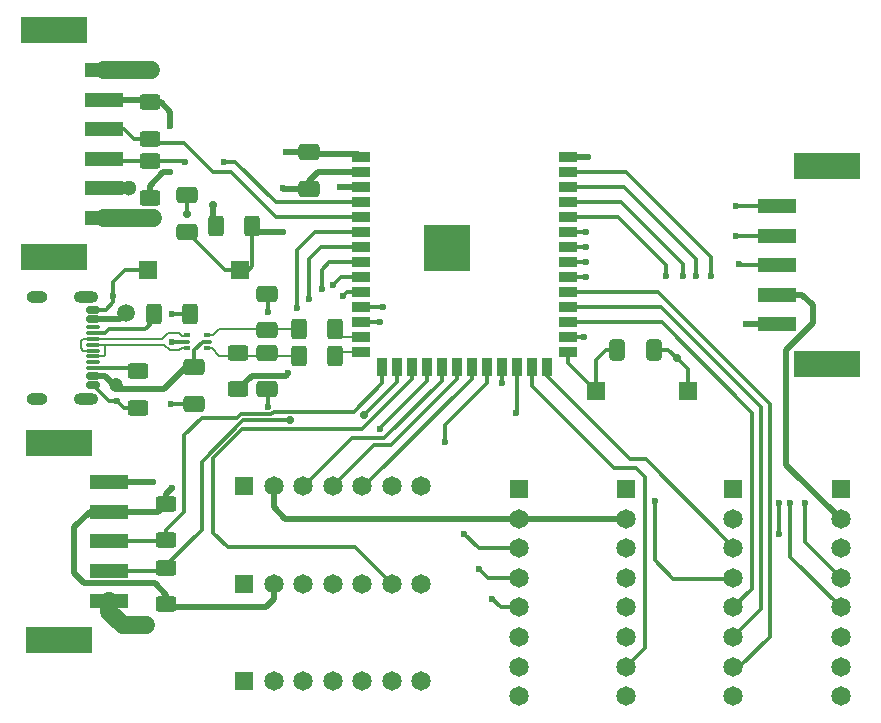
<source format=gbr>
%TF.GenerationSoftware,KiCad,Pcbnew,8.0.8*%
%TF.CreationDate,2025-04-03T15:34:38+02:00*%
%TF.ProjectId,MCU,4d43552e-6b69-4636-9164-5f7063625858,rev?*%
%TF.SameCoordinates,Original*%
%TF.FileFunction,Copper,L1,Top*%
%TF.FilePolarity,Positive*%
%FSLAX46Y46*%
G04 Gerber Fmt 4.6, Leading zero omitted, Abs format (unit mm)*
G04 Created by KiCad (PCBNEW 8.0.8) date 2025-04-03 15:34:38*
%MOMM*%
%LPD*%
G01*
G04 APERTURE LIST*
G04 Aperture macros list*
%AMRoundRect*
0 Rectangle with rounded corners*
0 $1 Rounding radius*
0 $2 $3 $4 $5 $6 $7 $8 $9 X,Y pos of 4 corners*
0 Add a 4 corners polygon primitive as box body*
4,1,4,$2,$3,$4,$5,$6,$7,$8,$9,$2,$3,0*
0 Add four circle primitives for the rounded corners*
1,1,$1+$1,$2,$3*
1,1,$1+$1,$4,$5*
1,1,$1+$1,$6,$7*
1,1,$1+$1,$8,$9*
0 Add four rect primitives between the rounded corners*
20,1,$1+$1,$2,$3,$4,$5,0*
20,1,$1+$1,$4,$5,$6,$7,0*
20,1,$1+$1,$6,$7,$8,$9,0*
20,1,$1+$1,$8,$9,$2,$3,0*%
G04 Aperture macros list end*
%TA.AperFunction,SMDPad,CuDef*%
%ADD10RoundRect,0.150000X-0.425000X0.150000X-0.425000X-0.150000X0.425000X-0.150000X0.425000X0.150000X0*%
%TD*%
%TA.AperFunction,SMDPad,CuDef*%
%ADD11RoundRect,0.075000X-0.500000X0.075000X-0.500000X-0.075000X0.500000X-0.075000X0.500000X0.075000X0*%
%TD*%
%TA.AperFunction,HeatsinkPad*%
%ADD12O,2.100000X1.000000*%
%TD*%
%TA.AperFunction,HeatsinkPad*%
%ADD13O,1.800000X1.000000*%
%TD*%
%TA.AperFunction,SMDPad,CuDef*%
%ADD14RoundRect,0.250000X-0.400000X-0.625000X0.400000X-0.625000X0.400000X0.625000X-0.400000X0.625000X0*%
%TD*%
%TA.AperFunction,SMDPad,CuDef*%
%ADD15RoundRect,0.250000X-0.650000X0.412500X-0.650000X-0.412500X0.650000X-0.412500X0.650000X0.412500X0*%
%TD*%
%TA.AperFunction,SMDPad,CuDef*%
%ADD16R,1.500000X1.500000*%
%TD*%
%TA.AperFunction,SMDPad,CuDef*%
%ADD17RoundRect,0.250000X0.400000X0.625000X-0.400000X0.625000X-0.400000X-0.625000X0.400000X-0.625000X0*%
%TD*%
%TA.AperFunction,ComponentPad*%
%ADD18R,1.650000X1.650000*%
%TD*%
%TA.AperFunction,ComponentPad*%
%ADD19C,1.650000*%
%TD*%
%TA.AperFunction,SMDPad,CuDef*%
%ADD20R,3.200000X1.200000*%
%TD*%
%TA.AperFunction,SMDPad,CuDef*%
%ADD21R,5.600000X2.200000*%
%TD*%
%TA.AperFunction,SMDPad,CuDef*%
%ADD22RoundRect,0.250000X0.625000X-0.400000X0.625000X0.400000X-0.625000X0.400000X-0.625000X-0.400000X0*%
%TD*%
%TA.AperFunction,SMDPad,CuDef*%
%ADD23RoundRect,0.250000X0.650000X-0.412500X0.650000X0.412500X-0.650000X0.412500X-0.650000X-0.412500X0*%
%TD*%
%TA.AperFunction,SMDPad,CuDef*%
%ADD24RoundRect,0.093750X-0.156250X-0.093750X0.156250X-0.093750X0.156250X0.093750X-0.156250X0.093750X0*%
%TD*%
%TA.AperFunction,SMDPad,CuDef*%
%ADD25RoundRect,0.075000X-0.250000X-0.075000X0.250000X-0.075000X0.250000X0.075000X-0.250000X0.075000X0*%
%TD*%
%TA.AperFunction,SMDPad,CuDef*%
%ADD26R,1.500000X0.900000*%
%TD*%
%TA.AperFunction,SMDPad,CuDef*%
%ADD27R,0.900000X1.500000*%
%TD*%
%TA.AperFunction,HeatsinkPad*%
%ADD28C,0.600000*%
%TD*%
%TA.AperFunction,HeatsinkPad*%
%ADD29R,3.900000X3.900000*%
%TD*%
%TA.AperFunction,SMDPad,CuDef*%
%ADD30RoundRect,0.250000X-0.625000X0.400000X-0.625000X-0.400000X0.625000X-0.400000X0.625000X0.400000X0*%
%TD*%
%TA.AperFunction,SMDPad,CuDef*%
%ADD31RoundRect,0.250000X-0.412500X-0.650000X0.412500X-0.650000X0.412500X0.650000X-0.412500X0.650000X0*%
%TD*%
%TA.AperFunction,ViaPad*%
%ADD32C,0.600000*%
%TD*%
%TA.AperFunction,ViaPad*%
%ADD33C,0.700000*%
%TD*%
%TA.AperFunction,ViaPad*%
%ADD34C,1.500000*%
%TD*%
%TA.AperFunction,ViaPad*%
%ADD35C,1.300000*%
%TD*%
%TA.AperFunction,ViaPad*%
%ADD36C,1.200000*%
%TD*%
%TA.AperFunction,Conductor*%
%ADD37C,0.300000*%
%TD*%
%TA.AperFunction,Conductor*%
%ADD38C,0.500000*%
%TD*%
%TA.AperFunction,Conductor*%
%ADD39C,1.500000*%
%TD*%
%TA.AperFunction,Conductor*%
%ADD40C,0.200000*%
%TD*%
%TA.AperFunction,Conductor*%
%ADD41C,1.000000*%
%TD*%
G04 APERTURE END LIST*
D10*
%TO.P,USB-C,A1,GND*%
%TO.N,GND*%
X104030000Y-84380000D03*
%TO.P,USB-C,A4,VBUS*%
%TO.N,+5Vout*%
X104030000Y-85180000D03*
D11*
%TO.P,USB-C,A5,CC1*%
%TO.N,Net-(J11-CC1)*%
X104030000Y-86330000D03*
%TO.P,USB-C,A6,D+*%
%TO.N,Net-(J11-D+-PadA6)*%
X104030000Y-87330000D03*
%TO.P,USB-C,A7,D-*%
%TO.N,Net-(J11-D--PadA7)*%
X104030000Y-87830000D03*
%TO.P,USB-C,A8,SBU1*%
%TO.N,unconnected-(J11-SBU1-PadA8)*%
X104030000Y-88830000D03*
D10*
%TO.P,USB-C,A9,VBUS*%
%TO.N,+5Vout*%
X104030000Y-89980000D03*
%TO.P,USB-C,A12,GND*%
%TO.N,GND*%
X104030000Y-90780000D03*
%TO.P,USB-C,B1,GND*%
X104030000Y-90780000D03*
%TO.P,USB-C,B4,VBUS*%
%TO.N,+5Vout*%
X104030000Y-89980000D03*
D11*
%TO.P,USB-C,B5,CC2*%
%TO.N,Net-(J11-CC2)*%
X104030000Y-89330000D03*
%TO.P,USB-C,B6,D+*%
%TO.N,Net-(J11-D+-PadA6)*%
X104030000Y-88330000D03*
%TO.P,USB-C,B7,D-*%
%TO.N,Net-(J11-D--PadA7)*%
X104030000Y-86830000D03*
%TO.P,USB-C,B8,SBU2*%
%TO.N,unconnected-(J11-SBU2-PadB8)*%
X104030000Y-85830000D03*
D10*
%TO.P,USB-C,B9,VBUS*%
%TO.N,+5Vout*%
X104030000Y-85180000D03*
%TO.P,USB-C,B12,GND*%
%TO.N,GND*%
X104030000Y-84380000D03*
D12*
%TO.P,USB-C,S1,SHIELD*%
X103455000Y-83260000D03*
D13*
X99275000Y-83260000D03*
D12*
X103455000Y-91900000D03*
D13*
X99275000Y-91900000D03*
%TD*%
D14*
%TO.P,R3,1*%
%TO.N,+3.3V*%
X114450000Y-77250000D03*
%TO.P,R3,2*%
%TO.N,reset*%
X117550000Y-77250000D03*
%TD*%
D15*
%TO.P,C3,1*%
%TO.N,GND*%
X118750000Y-83000000D03*
%TO.P,C3,2*%
%TO.N,-*%
X118750000Y-86125000D03*
%TD*%
D16*
%TO.P,Reset,1,1*%
%TO.N,reset*%
X116500000Y-81000000D03*
%TO.P,Reset,2,2*%
%TO.N,GND*%
X108700000Y-81000000D03*
%TD*%
D17*
%TO.P,R8,1*%
%TO.N,Net-(U1-USB_D-)*%
X124550000Y-86000000D03*
%TO.P,R8,2*%
%TO.N,-*%
X121450000Y-86000000D03*
%TD*%
D16*
%TO.P,Boot,1,1*%
%TO.N,boot0*%
X146600000Y-91250000D03*
%TO.P,Boot,2,2*%
%TO.N,GND*%
X154400000Y-91250000D03*
%TD*%
D18*
%TO.P,SPI1,1,1*%
%TO.N,GND*%
X116850000Y-107580000D03*
D19*
%TO.P,SPI1,2,2*%
%TO.N,+3.3V*%
X119350000Y-107580000D03*
%TO.P,SPI1,3,3*%
%TO.N,mosi*%
X121850000Y-107580000D03*
%TO.P,SPI1,4,4*%
%TO.N,sck*%
X124350000Y-107580000D03*
%TO.P,SPI1,5,5*%
%TO.N,miso*%
X126850000Y-107580000D03*
%TO.P,SPI1,6,6*%
%TO.N,ss1*%
X129350000Y-107580000D03*
%TO.P,SPI1,7,7*%
%TO.N,+5Vin*%
X131850000Y-107580000D03*
%TD*%
D20*
%TO.P,I2C1,1,1*%
%TO.N,GND*%
X105000000Y-64080000D03*
%TO.P,I2C1,2,2*%
%TO.N,+3.3V*%
X105000000Y-66580000D03*
%TO.P,I2C1,3,3*%
%TO.N,sda1*%
X105000000Y-69080000D03*
%TO.P,I2C1,4,4*%
%TO.N,scl1*%
X105000000Y-71580000D03*
%TO.P,I2C1,5,5*%
%TO.N,+5Vout*%
X105000000Y-74080000D03*
%TO.P,I2C1,6,6*%
%TO.N,+5Vin*%
X105000000Y-76580000D03*
D21*
%TO.P,I2C1,7,MP1*%
%TO.N,unconnected-(J8-MP1-Pad7)*%
X100750000Y-60730000D03*
%TO.P,I2C1,8,MP2*%
%TO.N,unconnected-(J8-MP2-Pad8)*%
X100750000Y-79930000D03*
%TD*%
D22*
%TO.P,R11,1*%
%TO.N,+3.3V*%
X116350000Y-91120000D03*
%TO.P,R11,2*%
%TO.N,+*%
X116350000Y-88020000D03*
%TD*%
D18*
%TO.P,GPIO0,1,1*%
%TO.N,GND*%
X140100000Y-99580000D03*
D19*
%TO.P,GPIO0,2,2*%
%TO.N,+3.3V*%
X140100000Y-102080000D03*
%TO.P,GPIO0,3,3*%
%TO.N,io46*%
X140100000Y-104580000D03*
%TO.P,GPIO0,4,4*%
%TO.N,io7*%
X140100000Y-107080000D03*
%TO.P,GPIO0,5,5*%
%TO.N,io15*%
X140100000Y-109580000D03*
%TO.P,GPIO0,6,6*%
%TO.N,io16*%
X140100000Y-112080000D03*
%TO.P,GPIO0,7,7*%
%TO.N,io17*%
X140100000Y-114580000D03*
%TO.P,GPIO0,8,8*%
%TO.N,+5Vin*%
X140100000Y-117080000D03*
%TD*%
D18*
%TO.P,SPI2,1,1*%
%TO.N,GND*%
X116850000Y-115830000D03*
D19*
%TO.P,SPI2,2,2*%
%TO.N,+3.3V*%
X119350000Y-115830000D03*
%TO.P,SPI2,3,3*%
%TO.N,mosi*%
X121850000Y-115830000D03*
%TO.P,SPI2,4,4*%
%TO.N,sck*%
X124350000Y-115830000D03*
%TO.P,SPI2,5,5*%
%TO.N,miso*%
X126850000Y-115830000D03*
%TO.P,SPI2,6,6*%
%TO.N,ss2*%
X129350000Y-115830000D03*
%TO.P,SPI2,7,7*%
%TO.N,+5Vin*%
X131850000Y-115830000D03*
%TD*%
D18*
%TO.P,GPIO3,1,1*%
%TO.N,GND*%
X167350000Y-99580000D03*
D19*
%TO.P,GPIO3,2,2*%
%TO.N,+3.3V*%
X167350000Y-102080000D03*
%TO.P,GPIO3,3,3*%
%TO.N,io39*%
X167350000Y-104580000D03*
%TO.P,GPIO3,4,4*%
%TO.N,txd0*%
X167350000Y-107080000D03*
%TO.P,GPIO3,5,5*%
%TO.N,rxd0*%
X167350000Y-109580000D03*
%TO.P,GPIO3,6,6*%
%TO.N,io2*%
X167350000Y-112080000D03*
%TO.P,GPIO3,7,7*%
%TO.N,io1*%
X167350000Y-114580000D03*
%TO.P,GPIO3,8,8*%
%TO.N,+5Vin*%
X167350000Y-117080000D03*
%TD*%
D23*
%TO.P,C2,1*%
%TO.N,GND*%
X118750000Y-91125000D03*
%TO.P,C2,2*%
%TO.N,+*%
X118750000Y-88000000D03*
%TD*%
D24*
%TO.P,U2,1,I/O1*%
%TO.N,Net-(J11-D--PadA7)*%
X112000000Y-86542500D03*
D25*
%TO.P,U2,2,GND*%
%TO.N,GND*%
X111925000Y-87080000D03*
D24*
%TO.P,U2,3,I/O2*%
%TO.N,Net-(J11-D+-PadA6)*%
X112000000Y-87617500D03*
%TO.P,U2,4,I/O2*%
%TO.N,+*%
X113700000Y-87617500D03*
D25*
%TO.P,U2,5,VBUS*%
%TO.N,+5Vout*%
X113775000Y-87080000D03*
D24*
%TO.P,U2,6,I/O1*%
%TO.N,-*%
X113700000Y-86542500D03*
%TD*%
D18*
%TO.P,GPIO2,1,1*%
%TO.N,GND*%
X158266666Y-99580000D03*
D19*
%TO.P,GPIO2,2,2*%
%TO.N,+3.3V*%
X158266666Y-102080000D03*
%TO.P,GPIO2,3,3*%
%TO.N,io45*%
X158266666Y-104580000D03*
%TO.P,GPIO2,4,4*%
%TO.N,io35*%
X158266666Y-107080000D03*
%TO.P,GPIO2,5,5*%
%TO.N,io36*%
X158266666Y-109580000D03*
%TO.P,GPIO2,6,6*%
%TO.N,io37*%
X158266666Y-112080000D03*
%TO.P,GPIO2,7,7*%
%TO.N,io38*%
X158266666Y-114580000D03*
%TO.P,GPIO2,8,8*%
%TO.N,+5Vin*%
X158266666Y-117080000D03*
%TD*%
D26*
%TO.P,U1,1,GND*%
%TO.N,GND*%
X126750000Y-71460000D03*
%TO.P,U1,2,3V3*%
%TO.N,+3.3V*%
X126750000Y-72730000D03*
%TO.P,U1,3,EN*%
%TO.N,reset*%
X126750000Y-74000000D03*
%TO.P,U1,4,IO4*%
%TO.N,scl1*%
X126750000Y-75270000D03*
%TO.P,U1,5,IO5*%
%TO.N,sda1*%
X126750000Y-76540000D03*
%TO.P,U1,6,IO6*%
%TO.N,scl0*%
X126750000Y-77810000D03*
%TO.P,U1,7,IO7*%
%TO.N,io7*%
X126750000Y-79080000D03*
%TO.P,U1,8,IO15*%
%TO.N,io15*%
X126750000Y-80350000D03*
%TO.P,U1,9,IO16*%
%TO.N,io16*%
X126750000Y-81620000D03*
%TO.P,U1,10,IO17*%
%TO.N,io17*%
X126750000Y-82890000D03*
%TO.P,U1,11,IO18*%
%TO.N,io18*%
X126750000Y-84160000D03*
%TO.P,U1,12,IO8*%
%TO.N,io8*%
X126750000Y-85430000D03*
%TO.P,U1,13,USB_D-*%
%TO.N,Net-(U1-USB_D-)*%
X126750000Y-86700000D03*
%TO.P,U1,14,USB_D+*%
%TO.N,Net-(U1-USB_D+)*%
X126750000Y-87970000D03*
D27*
%TO.P,U1,15,IO3*%
%TO.N,sda0*%
X128515000Y-89220000D03*
%TO.P,U1,16,IO46*%
%TO.N,io46*%
X129785000Y-89220000D03*
%TO.P,U1,17,IO9*%
%TO.N,ss1*%
X131055000Y-89220000D03*
%TO.P,U1,18,IO10*%
%TO.N,ss0*%
X132325000Y-89220000D03*
%TO.P,U1,19,IO11*%
%TO.N,mosi*%
X133595000Y-89220000D03*
%TO.P,U1,20,IO12*%
%TO.N,sck*%
X134865000Y-89220000D03*
%TO.P,U1,21,IO13*%
%TO.N,miso*%
X136135000Y-89220000D03*
%TO.P,U1,22,IO14*%
%TO.N,ss2*%
X137405000Y-89220000D03*
%TO.P,U1,23,IO21*%
%TO.N,io21*%
X138675000Y-89220000D03*
%TO.P,U1,24,IO47*%
%TO.N,io47*%
X139945000Y-89220000D03*
%TO.P,U1,25,IO48*%
%TO.N,io48*%
X141215000Y-89220000D03*
%TO.P,U1,26,IO45*%
%TO.N,io45*%
X142485000Y-89220000D03*
D26*
%TO.P,U1,27,IO0*%
%TO.N,boot0*%
X144250000Y-87970000D03*
%TO.P,U1,28,IO35*%
%TO.N,io35*%
X144250000Y-86700000D03*
%TO.P,U1,29,IO36*%
%TO.N,io36*%
X144250000Y-85430000D03*
%TO.P,U1,30,IO37*%
%TO.N,io37*%
X144250000Y-84160000D03*
%TO.P,U1,31,IO38*%
%TO.N,io38*%
X144250000Y-82890000D03*
%TO.P,U1,32,IO39*%
%TO.N,io39*%
X144250000Y-81620000D03*
%TO.P,U1,33,IO40*%
%TO.N,i2s sck*%
X144250000Y-80350000D03*
%TO.P,U1,34,IO41*%
%TO.N,i2s ws*%
X144250000Y-79080000D03*
%TO.P,U1,35,IO42*%
%TO.N,i2s sd*%
X144250000Y-77810000D03*
%TO.P,U1,36,RXD0*%
%TO.N,rxd0*%
X144250000Y-76540000D03*
%TO.P,U1,37,TXD0*%
%TO.N,txd0*%
X144250000Y-75270000D03*
%TO.P,U1,38,IO2*%
%TO.N,io2*%
X144250000Y-74000000D03*
%TO.P,U1,39,IO1*%
%TO.N,io1*%
X144250000Y-72730000D03*
%TO.P,U1,40,GND*%
%TO.N,GND*%
X144250000Y-71460000D03*
D28*
%TO.P,U1,41,GND*%
X132600000Y-78480000D03*
X132600000Y-79880000D03*
X133300000Y-77780000D03*
X133300000Y-79180000D03*
X133300000Y-80580000D03*
X134000000Y-78480000D03*
D29*
X134000000Y-79180000D03*
D28*
X134000000Y-79880000D03*
X134700000Y-77780000D03*
X134700000Y-79180000D03*
X134700000Y-80580000D03*
X135400000Y-78480000D03*
X135400000Y-79880000D03*
%TD*%
D15*
%TO.P,C1,1*%
%TO.N,GND*%
X122350000Y-71017500D03*
%TO.P,C1,2*%
%TO.N,+3.3V*%
X122350000Y-74142500D03*
%TD*%
D23*
%TO.P,C5,1*%
%TO.N,reset*%
X112000000Y-77812500D03*
%TO.P,C5,2*%
%TO.N,GND*%
X112000000Y-74687500D03*
%TD*%
D30*
%TO.P,R5,1*%
%TO.N,scl1*%
X108850000Y-71780000D03*
%TO.P,R5,2*%
%TO.N,+3.3V*%
X108850000Y-74880000D03*
%TD*%
D20*
%TO.P,I2S,1,1*%
%TO.N,GND*%
X161925000Y-85590000D03*
%TO.P,I2S,2,2*%
%TO.N,+3.3V*%
X161925000Y-83090000D03*
%TO.P,I2S,3,3*%
%TO.N,i2s sck*%
X161925000Y-80590000D03*
%TO.P,I2S,4,4*%
%TO.N,i2s ws*%
X161925000Y-78090000D03*
%TO.P,I2S,5,5*%
%TO.N,i2s sd*%
X161925000Y-75590000D03*
D21*
%TO.P,I2S,6*%
%TO.N,N/C*%
X166175000Y-88940000D03*
%TO.P,I2S,7*%
X166175000Y-72240000D03*
%TD*%
D30*
%TO.P,R2,1*%
%TO.N,scl0*%
X110250000Y-106200000D03*
%TO.P,R2,2*%
%TO.N,+3.3V*%
X110250000Y-109300000D03*
%TD*%
%TO.P,R7,1*%
%TO.N,+3.3V*%
X108850000Y-66780000D03*
%TO.P,R7,2*%
%TO.N,sda1*%
X108850000Y-69880000D03*
%TD*%
D17*
%TO.P,R13,1*%
%TO.N,GND*%
X112300000Y-84750000D03*
%TO.P,R13,2*%
%TO.N,Net-(J11-CC1)*%
X109200000Y-84750000D03*
%TD*%
D20*
%TO.P,I2C0,1,1*%
%TO.N,GND*%
X105437500Y-98992500D03*
%TO.P,I2C0,2,2*%
%TO.N,+3.3V*%
X105437500Y-101492500D03*
%TO.P,I2C0,3,3*%
%TO.N,sda0*%
X105437500Y-103992500D03*
%TO.P,I2C0,4,4*%
%TO.N,scl0*%
X105437500Y-106492500D03*
%TO.P,I2C0,5,5*%
%TO.N,+5Vin*%
X105437500Y-108992500D03*
D21*
%TO.P,I2C0,6*%
%TO.N,N/C*%
X101187500Y-95642500D03*
%TO.P,I2C0,7*%
X101187500Y-112342500D03*
%TD*%
D22*
%TO.P,R12,1*%
%TO.N,GND*%
X107850000Y-92680000D03*
%TO.P,R12,2*%
%TO.N,Net-(J11-CC2)*%
X107850000Y-89580000D03*
%TD*%
D17*
%TO.P,R9,1*%
%TO.N,Net-(U1-USB_D+)*%
X124550000Y-88250000D03*
%TO.P,R9,2*%
%TO.N,+*%
X121450000Y-88250000D03*
%TD*%
D31*
%TO.P,C6,1*%
%TO.N,boot0*%
X148437500Y-87750000D03*
%TO.P,C6,2*%
%TO.N,GND*%
X151562500Y-87750000D03*
%TD*%
D18*
%TO.P,SPI0,1,1*%
%TO.N,GND*%
X116850000Y-99330000D03*
D19*
%TO.P,SPI0,2,2*%
%TO.N,+3.3V*%
X119350000Y-99330000D03*
%TO.P,SPI0,3,3*%
%TO.N,mosi*%
X121850000Y-99330000D03*
%TO.P,SPI0,4,4*%
%TO.N,sck*%
X124350000Y-99330000D03*
%TO.P,SPI0,5,5*%
%TO.N,miso*%
X126850000Y-99330000D03*
%TO.P,SPI0,6,6*%
%TO.N,ss0*%
X129350000Y-99330000D03*
%TO.P,SPI0,7,7*%
%TO.N,+5Vin*%
X131850000Y-99330000D03*
%TD*%
D18*
%TO.P,GPIO1,1,1*%
%TO.N,GND*%
X149183333Y-99580000D03*
D19*
%TO.P,GPIO1,2,2*%
%TO.N,+3.3V*%
X149183333Y-102080000D03*
%TO.P,GPIO1,3,3*%
%TO.N,io18*%
X149183333Y-104580000D03*
%TO.P,GPIO1,4,4*%
%TO.N,io8*%
X149183333Y-107080000D03*
%TO.P,GPIO1,5,5*%
%TO.N,io21*%
X149183333Y-109580000D03*
%TO.P,GPIO1,6,6*%
%TO.N,io47*%
X149183333Y-112080000D03*
%TO.P,GPIO1,7,7*%
%TO.N,io48*%
X149183333Y-114580000D03*
%TO.P,GPIO1,8,8*%
%TO.N,+5Vin*%
X149183333Y-117080000D03*
%TD*%
D15*
%TO.P,C4,1*%
%TO.N,+5Vout*%
X112600000Y-89257500D03*
%TO.P,C4,2*%
%TO.N,GND*%
X112600000Y-92382500D03*
%TD*%
D30*
%TO.P,R6,1*%
%TO.N,+3.3V*%
X110262500Y-100802500D03*
%TO.P,R6,2*%
%TO.N,sda0*%
X110262500Y-103902500D03*
%TD*%
D32*
%TO.N,GND*%
X159350000Y-85590000D03*
X120412500Y-71017500D03*
D33*
X112000000Y-76250000D03*
D32*
X118850000Y-84580000D03*
X106100000Y-92070000D03*
X109122500Y-98992500D03*
X105750000Y-83250000D03*
X110750000Y-87080000D03*
X110750000Y-84750000D03*
D33*
X153500000Y-88500000D03*
D32*
X110662500Y-92382500D03*
X145975000Y-71455000D03*
D34*
X109000000Y-64080000D03*
D32*
X118850000Y-92570000D03*
%TO.N,+3.3V*%
X110600000Y-68830000D03*
X110750000Y-99500000D03*
X120600000Y-89750000D03*
X120100000Y-74080000D03*
X110600000Y-72750000D03*
D33*
X114250000Y-75500000D03*
D34*
%TO.N,+5Vout*%
X106875000Y-84625000D03*
D35*
X107100000Y-74080000D03*
D36*
X106000000Y-90750000D03*
D32*
%TO.N,i2s sd*%
X158500000Y-75590000D03*
X145750000Y-77810000D03*
%TO.N,i2s sck*%
X145750000Y-80330000D03*
X158750000Y-80500000D03*
%TO.N,i2s ws*%
X145750000Y-79080000D03*
X158465000Y-78090000D03*
%TO.N,io15*%
X137850000Y-108830000D03*
X123410000Y-82640000D03*
D34*
%TO.N,+5Vin*%
X109100000Y-76580000D03*
X108500000Y-111102500D03*
D32*
%TO.N,io1*%
X156350000Y-81500000D03*
%TO.N,io7*%
X122350000Y-83500000D03*
X136700000Y-106330000D03*
%TO.N,io17*%
X125250000Y-83200000D03*
%TO.N,txd0*%
X154010000Y-81490000D03*
X164350000Y-100750000D03*
%TO.N,io16*%
X124400000Y-82250000D03*
%TO.N,rxd0*%
X163100000Y-100750000D03*
X152600000Y-81500000D03*
%TO.N,io18*%
X128600000Y-84160000D03*
%TO.N,io35*%
X145600000Y-86700000D03*
X151600000Y-100580000D03*
%TO.N,io21*%
X138675000Y-90580000D03*
%TO.N,ss0*%
X128350000Y-94500000D03*
%TO.N,io39*%
X162100000Y-100750000D03*
X162100000Y-103330000D03*
X145750000Y-81620000D03*
%TO.N,io47*%
X139850000Y-93080000D03*
%TO.N,scl1*%
X115100000Y-71830000D03*
X111850000Y-71830000D03*
%TO.N,scl0*%
X121350000Y-84250000D03*
D33*
X120750000Y-93720000D03*
D32*
%TO.N,ss2*%
X133850000Y-95580000D03*
%TO.N,reset*%
X125000000Y-74000000D03*
X120100000Y-77830000D03*
%TO.N,io2*%
X155100000Y-81500000D03*
%TO.N,io8*%
X128350000Y-85430000D03*
%TO.N,io46*%
X135450000Y-103330000D03*
D33*
X127000000Y-93250000D03*
%TD*%
D37*
%TO.N,GND*%
X105120000Y-84380000D02*
X104075000Y-84380000D01*
D38*
X122350000Y-71017500D02*
X120412500Y-71017500D01*
D37*
X112000000Y-74687500D02*
X112000000Y-76250000D01*
D38*
X126490000Y-71200000D02*
X122532500Y-71200000D01*
D37*
X152750000Y-87750000D02*
X151562500Y-87750000D01*
X110750000Y-84750000D02*
X112300000Y-84750000D01*
X110750000Y-87080000D02*
X111925000Y-87080000D01*
X153500000Y-88500000D02*
X152750000Y-87750000D01*
X105750000Y-83750000D02*
X105120000Y-84380000D01*
X105750000Y-83250000D02*
X105750000Y-83750000D01*
X118850000Y-83100000D02*
X118750000Y-83000000D01*
D38*
X105437500Y-98992500D02*
X109122500Y-98992500D01*
D37*
X104075000Y-90780000D02*
X105365000Y-92070000D01*
D38*
X159350000Y-85590000D02*
X161925000Y-85590000D01*
D37*
X154400000Y-91250000D02*
X154400000Y-89400000D01*
X112600000Y-92382500D02*
X110662500Y-92382500D01*
D38*
X145970000Y-71460000D02*
X145975000Y-71455000D01*
X126750000Y-71460000D02*
X126490000Y-71200000D01*
D37*
X106710000Y-92680000D02*
X107850000Y-92680000D01*
X106750000Y-81000000D02*
X105750000Y-82000000D01*
X108700000Y-81000000D02*
X106750000Y-81000000D01*
X118850000Y-92570000D02*
X118850000Y-91225000D01*
D39*
X105000000Y-64080000D02*
X109000000Y-64080000D01*
D37*
X105365000Y-92070000D02*
X106100000Y-92070000D01*
X118850000Y-84580000D02*
X118850000Y-83100000D01*
D38*
X144250000Y-71460000D02*
X145970000Y-71460000D01*
X122532500Y-71200000D02*
X122350000Y-71017500D01*
D37*
X154400000Y-89400000D02*
X153500000Y-88500000D01*
X105750000Y-82000000D02*
X105750000Y-83250000D01*
X106100000Y-92070000D02*
X106710000Y-92680000D01*
X118850000Y-91225000D02*
X118750000Y-91125000D01*
D38*
%TO.N,+3.3V*%
X110262500Y-108512500D02*
X109292500Y-107542500D01*
X161925000Y-83090000D02*
X164090000Y-83090000D01*
X105437500Y-101492500D02*
X109572500Y-101492500D01*
X126750000Y-72730000D02*
X123070000Y-72730000D01*
X103757500Y-101492500D02*
X105437500Y-101492500D01*
X114250000Y-77050000D02*
X114450000Y-77250000D01*
X114250000Y-75500000D02*
X114250000Y-77050000D01*
X117470000Y-90000000D02*
X116350000Y-91120000D01*
X110000000Y-72750000D02*
X108850000Y-73900000D01*
X120162500Y-74142500D02*
X120100000Y-74080000D01*
X119350000Y-108830000D02*
X118680000Y-109500000D01*
X110360000Y-109500000D02*
X110262500Y-109402500D01*
X165000000Y-85500000D02*
X162750000Y-87750000D01*
X108650000Y-66580000D02*
X108850000Y-66780000D01*
X123070000Y-72730000D02*
X122350000Y-73450000D01*
X119350000Y-101100000D02*
X120330000Y-102080000D01*
X140100000Y-102080000D02*
X149183333Y-102080000D01*
X102470000Y-106690000D02*
X102470000Y-102780000D01*
X109780000Y-66780000D02*
X110600000Y-67600000D01*
X122350000Y-74142500D02*
X120162500Y-74142500D01*
X118680000Y-109500000D02*
X110360000Y-109500000D01*
X119350000Y-107580000D02*
X119350000Y-108830000D01*
X122350000Y-73450000D02*
X122350000Y-74142500D01*
X162750000Y-97480000D02*
X167350000Y-102080000D01*
X102470000Y-102780000D02*
X103757500Y-101492500D01*
X110262500Y-109402500D02*
X110262500Y-108512500D01*
X162750000Y-87750000D02*
X162750000Y-97480000D01*
X110600000Y-72750000D02*
X110000000Y-72750000D01*
X109292500Y-107542500D02*
X103322500Y-107542500D01*
X103322500Y-107542500D02*
X102470000Y-106690000D01*
X120600000Y-89750000D02*
X120350000Y-90000000D01*
X108850000Y-73900000D02*
X108850000Y-74880000D01*
X120350000Y-90000000D02*
X117470000Y-90000000D01*
X105000000Y-66580000D02*
X108650000Y-66580000D01*
X110262500Y-100802500D02*
X110262500Y-99987500D01*
X164090000Y-83090000D02*
X165000000Y-84000000D01*
X109572500Y-101492500D02*
X110262500Y-100802500D01*
X120330000Y-102080000D02*
X140100000Y-102080000D01*
X108850000Y-66780000D02*
X109780000Y-66780000D01*
X110600000Y-67600000D02*
X110600000Y-68830000D01*
X110262500Y-99987500D02*
X110750000Y-99500000D01*
X165000000Y-84000000D02*
X165000000Y-85500000D01*
X119350000Y-99330000D02*
X119350000Y-101100000D01*
D40*
%TO.N,-*%
X114206295Y-86542500D02*
X114748795Y-86000000D01*
X114748795Y-86000000D02*
X121450000Y-86000000D01*
X113700000Y-86542500D02*
X114206295Y-86542500D01*
%TO.N,+*%
X114117500Y-87617500D02*
X114750000Y-88250000D01*
X113700000Y-87617500D02*
X114117500Y-87617500D01*
X114750000Y-88250000D02*
X121450000Y-88250000D01*
X113737500Y-87580000D02*
X113700000Y-87617500D01*
D37*
%TO.N,+5Vout*%
X104075000Y-85180000D02*
X103965000Y-85290000D01*
D38*
X110100000Y-91070000D02*
X111912500Y-89257500D01*
D37*
X112600000Y-87820000D02*
X113340000Y-87080000D01*
D38*
X104075000Y-89980000D02*
X105095000Y-89980000D01*
X106185000Y-91070000D02*
X110100000Y-91070000D01*
X105095000Y-89980000D02*
X106185000Y-91070000D01*
D41*
X105000000Y-74080000D02*
X107100000Y-74080000D01*
D37*
X113775000Y-87080000D02*
X113340000Y-87080000D01*
D38*
X106875000Y-84625000D02*
X106320000Y-85180000D01*
X106320000Y-85180000D02*
X104075000Y-85180000D01*
D37*
X112600000Y-89257500D02*
X112600000Y-87820000D01*
X104075000Y-85180000D02*
X103925000Y-85330000D01*
D38*
X111912500Y-89257500D02*
X112600000Y-89257500D01*
D37*
X103965000Y-89870000D02*
X104075000Y-89980000D01*
%TO.N,i2s sd*%
X158500000Y-75590000D02*
X161925000Y-75590000D01*
X144250000Y-77810000D02*
X145750000Y-77810000D01*
%TO.N,i2s sck*%
X144250000Y-80350000D02*
X145730000Y-80350000D01*
X145730000Y-80350000D02*
X145750000Y-80330000D01*
X161925000Y-80590000D02*
X158840000Y-80590000D01*
X158840000Y-80590000D02*
X158750000Y-80500000D01*
%TO.N,i2s ws*%
X144250000Y-79080000D02*
X145750000Y-79080000D01*
X158465000Y-78090000D02*
X161925000Y-78090000D01*
%TO.N,io15*%
X137850000Y-108830000D02*
X138600000Y-109580000D01*
X124050000Y-80350000D02*
X123410000Y-80990000D01*
X126750000Y-80350000D02*
X124050000Y-80350000D01*
X123410000Y-80990000D02*
X123410000Y-82640000D01*
X138600000Y-109580000D02*
X140100000Y-109580000D01*
D39*
%TO.N,+5Vin*%
X105000000Y-76580000D02*
X109100000Y-76580000D01*
X106602500Y-111102500D02*
X108500000Y-111102500D01*
X105437500Y-109937500D02*
X106602500Y-111102500D01*
X105437500Y-108992500D02*
X105437500Y-109937500D01*
D37*
%TO.N,io1*%
X149147106Y-72730000D02*
X144250000Y-72730000D01*
X156350000Y-81500000D02*
X156350000Y-79932894D01*
X156350000Y-79932894D02*
X149147106Y-72730000D01*
%TO.N,io7*%
X137450000Y-107080000D02*
X140100000Y-107080000D01*
X136700000Y-106330000D02*
X137450000Y-107080000D01*
X122350000Y-83500000D02*
X122350000Y-80050000D01*
X122350000Y-80050000D02*
X123320000Y-79080000D01*
X123320000Y-79080000D02*
X126750000Y-79080000D01*
%TO.N,io17*%
X125560000Y-82890000D02*
X125250000Y-83200000D01*
X126750000Y-82890000D02*
X125560000Y-82890000D01*
%TO.N,txd0*%
X148770000Y-75270000D02*
X144250000Y-75270000D01*
X164350000Y-104080000D02*
X167350000Y-107080000D01*
X154010000Y-80510000D02*
X148770000Y-75270000D01*
X164350000Y-100750000D02*
X164350000Y-104080000D01*
X154010000Y-81490000D02*
X154010000Y-80510000D01*
%TO.N,io16*%
X125050000Y-81600000D02*
X126730000Y-81600000D01*
X126730000Y-81600000D02*
X126750000Y-81620000D01*
X124400000Y-82250000D02*
X125050000Y-81600000D01*
%TO.N,rxd0*%
X152600000Y-81500000D02*
X152600000Y-80600000D01*
X152600000Y-80600000D02*
X148540000Y-76540000D01*
X148540000Y-76540000D02*
X144250000Y-76540000D01*
X163100000Y-105330000D02*
X167350000Y-109580000D01*
X163100000Y-100750000D02*
X163100000Y-105330000D01*
%TO.N,io18*%
X126750000Y-84160000D02*
X128600000Y-84160000D01*
%TO.N,io35*%
X151600000Y-100580000D02*
X151600000Y-105580000D01*
X158191666Y-107155000D02*
X158266666Y-107080000D01*
X153175000Y-107155000D02*
X158191666Y-107155000D01*
X151600000Y-105580000D02*
X153175000Y-107155000D01*
X145600000Y-86700000D02*
X144250000Y-86700000D01*
%TO.N,io21*%
X138675000Y-89220000D02*
X138675000Y-90580000D01*
%TO.N,io37*%
X160600000Y-92580000D02*
X160600000Y-109746666D01*
X144250000Y-84160000D02*
X152180000Y-84160000D01*
X160600000Y-109746666D02*
X158266666Y-112080000D01*
X152180000Y-84160000D02*
X160600000Y-92580000D01*
%TO.N,io36*%
X159850000Y-93080000D02*
X159850000Y-107996666D01*
X152200000Y-85430000D02*
X159850000Y-93080000D01*
X159850000Y-107996666D02*
X158266666Y-109580000D01*
X144250000Y-85430000D02*
X152200000Y-85430000D01*
%TO.N,io38*%
X161350000Y-112050000D02*
X158745000Y-114655000D01*
X151910000Y-82890000D02*
X161350000Y-92330000D01*
X161350000Y-92330000D02*
X161350000Y-112050000D01*
X144250000Y-82890000D02*
X151910000Y-82890000D01*
%TO.N,miso*%
X127010000Y-99330000D02*
X126850000Y-99330000D01*
X136135000Y-89220000D02*
X136135000Y-90205000D01*
X136135000Y-90205000D02*
X127010000Y-99330000D01*
%TO.N,sck*%
X134865000Y-90272107D02*
X129307107Y-95830000D01*
X134865000Y-89220000D02*
X134865000Y-90272107D01*
X127850000Y-95830000D02*
X124350000Y-99330000D01*
X129307107Y-95830000D02*
X127850000Y-95830000D01*
%TO.N,ss1*%
X114250000Y-103250000D02*
X115500000Y-104500000D01*
X115500000Y-104500000D02*
X126270000Y-104500000D01*
X126270000Y-104500000D02*
X129350000Y-107580000D01*
X114250000Y-96930000D02*
X114250000Y-103250000D01*
X131055000Y-90270000D02*
X126825000Y-94500000D01*
X131055000Y-89220000D02*
X131055000Y-90270000D01*
X126825000Y-94500000D02*
X116680000Y-94500000D01*
X116680000Y-94500000D02*
X114250000Y-96930000D01*
%TO.N,mosi*%
X128715000Y-95250000D02*
X126000000Y-95250000D01*
X121920000Y-99330000D02*
X121850000Y-99330000D01*
X133595000Y-89220000D02*
X133595000Y-90370000D01*
X133595000Y-90370000D02*
X128715000Y-95250000D01*
X126000000Y-95250000D02*
X121920000Y-99330000D01*
%TO.N,ss0*%
X128350000Y-94400000D02*
X132325000Y-90425000D01*
X128350000Y-94500000D02*
X128350000Y-94400000D01*
X132325000Y-90425000D02*
X132325000Y-89220000D01*
D40*
%TO.N,Net-(J11-D--PadA7)*%
X111350000Y-86320000D02*
X111600000Y-86570000D01*
X111600000Y-86570000D02*
X111972500Y-86570000D01*
X103205000Y-86830000D02*
X104075000Y-86830000D01*
X103205000Y-87830000D02*
X103000000Y-87625000D01*
X103000000Y-87035000D02*
X103205000Y-86830000D01*
X109920000Y-86830000D02*
X110430000Y-86320000D01*
X110430000Y-86320000D02*
X111350000Y-86320000D01*
X103000000Y-87625000D02*
X103000000Y-87035000D01*
X111972500Y-86570000D02*
X112000000Y-86542500D01*
X104075000Y-87830000D02*
X103205000Y-87830000D01*
X104075000Y-86830000D02*
X109920000Y-86830000D01*
%TO.N,Net-(J11-D+-PadA6)*%
X111552500Y-87617500D02*
X112000000Y-87617500D01*
X104075000Y-88330000D02*
X104945000Y-88330000D01*
X110570000Y-87820000D02*
X111350000Y-87820000D01*
X105100000Y-88175000D02*
X105100000Y-87330000D01*
X104075000Y-87330000D02*
X105100000Y-87330000D01*
X105100000Y-87330000D02*
X110080000Y-87330000D01*
X111350000Y-87820000D02*
X111552500Y-87617500D01*
X104945000Y-88330000D02*
X105100000Y-88175000D01*
X110080000Y-87330000D02*
X110570000Y-87820000D01*
D37*
%TO.N,Net-(J11-CC1)*%
X104075000Y-86330000D02*
X105045000Y-86330000D01*
X105045000Y-86330000D02*
X105375000Y-86000000D01*
X105375000Y-86000000D02*
X108480000Y-86000000D01*
X108480000Y-86000000D02*
X108850000Y-85630000D01*
%TO.N,io39*%
X144250000Y-81620000D02*
X145750000Y-81620000D01*
X162100000Y-100750000D02*
X162100000Y-103330000D01*
%TO.N,io45*%
X158266666Y-104423333D02*
X158266666Y-104580000D01*
X150843333Y-97000000D02*
X158266666Y-104423333D01*
X149500000Y-97000000D02*
X150843333Y-97000000D01*
X142485000Y-89985000D02*
X149500000Y-97000000D01*
X157580000Y-104580000D02*
X158266666Y-104580000D01*
X142485000Y-89220000D02*
X142485000Y-89985000D01*
%TO.N,io48*%
X141215000Y-90845000D02*
X148120000Y-97750000D01*
X150750000Y-113013333D02*
X149183333Y-114580000D01*
X141215000Y-89220000D02*
X141215000Y-90845000D01*
X150750000Y-98500000D02*
X150750000Y-113013333D01*
X150000000Y-97750000D02*
X150750000Y-98500000D01*
X148120000Y-97750000D02*
X150000000Y-97750000D01*
%TO.N,io47*%
X139945000Y-92985000D02*
X139850000Y-93080000D01*
X139945000Y-89220000D02*
X139945000Y-92985000D01*
%TO.N,scl1*%
X119540000Y-75270000D02*
X126750000Y-75270000D01*
X115100000Y-71830000D02*
X116100000Y-71830000D01*
X105200000Y-71780000D02*
X105000000Y-71580000D01*
X108850000Y-71780000D02*
X105200000Y-71780000D01*
X111800000Y-71780000D02*
X108850000Y-71780000D01*
X116100000Y-71830000D02*
X119540000Y-75270000D01*
X111850000Y-71830000D02*
X111800000Y-71780000D01*
%TO.N,sda1*%
X119540000Y-76540000D02*
X115750000Y-72750000D01*
X108850000Y-69880000D02*
X107480000Y-69880000D01*
X106680000Y-69080000D02*
X105000000Y-69080000D01*
X126750000Y-76540000D02*
X119540000Y-76540000D01*
X109220000Y-70250000D02*
X108850000Y-69880000D01*
X111750000Y-70250000D02*
X109220000Y-70250000D01*
X107480000Y-69880000D02*
X106680000Y-69080000D01*
X114250000Y-72750000D02*
X111750000Y-70250000D01*
X115750000Y-72750000D02*
X114250000Y-72750000D01*
%TO.N,sda0*%
X119119239Y-93220000D02*
X116545788Y-93220000D01*
X113250000Y-93500000D02*
X111750000Y-95000000D01*
X110172500Y-103992500D02*
X110262500Y-103902500D01*
X116545788Y-93220000D02*
X116265788Y-93500000D01*
X110262500Y-103902500D02*
X110262500Y-104152500D01*
X111750000Y-95000000D02*
X111750000Y-101500000D01*
X111750000Y-101500000D02*
X110262500Y-102987500D01*
X126110394Y-93000000D02*
X119339239Y-93000000D01*
X105437500Y-103992500D02*
X110172500Y-103992500D01*
X119339239Y-93000000D02*
X119119239Y-93220000D01*
X128515000Y-89220000D02*
X128515000Y-90595394D01*
X128515000Y-90595394D02*
X126110394Y-93000000D01*
X116265788Y-93500000D02*
X113250000Y-93500000D01*
X110262500Y-102987500D02*
X110262500Y-103902500D01*
%TO.N,scl0*%
X113250000Y-97222894D02*
X113250000Y-103000000D01*
X110262500Y-105987500D02*
X110262500Y-106302500D01*
X105437500Y-106492500D02*
X110072500Y-106492500D01*
X121350000Y-84250000D02*
X121350000Y-79330000D01*
X110072500Y-106492500D02*
X110262500Y-106302500D01*
X122870000Y-77810000D02*
X126750000Y-77810000D01*
X113250000Y-103000000D02*
X110262500Y-105987500D01*
X116752894Y-93720000D02*
X113250000Y-97222894D01*
X121350000Y-79330000D02*
X122870000Y-77810000D01*
X120750000Y-93720000D02*
X116752894Y-93720000D01*
%TO.N,ss2*%
X137405000Y-90595000D02*
X133850000Y-94150000D01*
X133850000Y-94150000D02*
X133850000Y-95580000D01*
X137405000Y-89220000D02*
X137405000Y-90595000D01*
%TO.N,Net-(J11-CC2)*%
X104075000Y-89330000D02*
X107600000Y-89330000D01*
X107600000Y-89330000D02*
X107850000Y-89580000D01*
%TO.N,boot0*%
X146600000Y-88650000D02*
X147500000Y-87750000D01*
X144250000Y-87970000D02*
X144250000Y-88900000D01*
X147500000Y-87750000D02*
X148437500Y-87750000D01*
X144250000Y-88900000D02*
X146600000Y-91250000D01*
X146600000Y-91250000D02*
X146600000Y-88650000D01*
%TO.N,reset*%
X117250000Y-81000000D02*
X116500000Y-81000000D01*
X117550000Y-80700000D02*
X117250000Y-81000000D01*
D38*
X118130000Y-77830000D02*
X117550000Y-77250000D01*
X117505000Y-77250000D02*
X117550000Y-77250000D01*
D37*
X117550000Y-77250000D02*
X117550000Y-80700000D01*
D38*
X126750000Y-74000000D02*
X125000000Y-74000000D01*
D37*
X116500000Y-81000000D02*
X115187500Y-81000000D01*
D38*
X120100000Y-77830000D02*
X118130000Y-77830000D01*
D37*
X115187500Y-81000000D02*
X112000000Y-77812500D01*
%TO.N,io2*%
X155100000Y-81500000D02*
X155100000Y-80100000D01*
X149000000Y-74000000D02*
X144250000Y-74000000D01*
X155100000Y-80100000D02*
X149000000Y-74000000D01*
%TO.N,io8*%
X126750000Y-85430000D02*
X128350000Y-85430000D01*
D40*
%TO.N,Net-(U1-USB_D-)*%
X126750000Y-86700000D02*
X126592500Y-86542500D01*
X124550000Y-86000000D02*
X125250000Y-86700000D01*
X125250000Y-86700000D02*
X126750000Y-86700000D01*
%TO.N,Net-(U1-USB_D+)*%
X124550000Y-88250000D02*
X124830000Y-87970000D01*
X124830000Y-87970000D02*
X126750000Y-87970000D01*
X126750000Y-87970000D02*
X126360000Y-87580000D01*
D37*
%TO.N,io46*%
X135450000Y-103330000D02*
X136700000Y-104580000D01*
X136700000Y-104580000D02*
X140100000Y-104580000D01*
X129785000Y-90465000D02*
X127000000Y-93250000D01*
X129785000Y-89220000D02*
X129785000Y-90465000D01*
%TD*%
M02*

</source>
